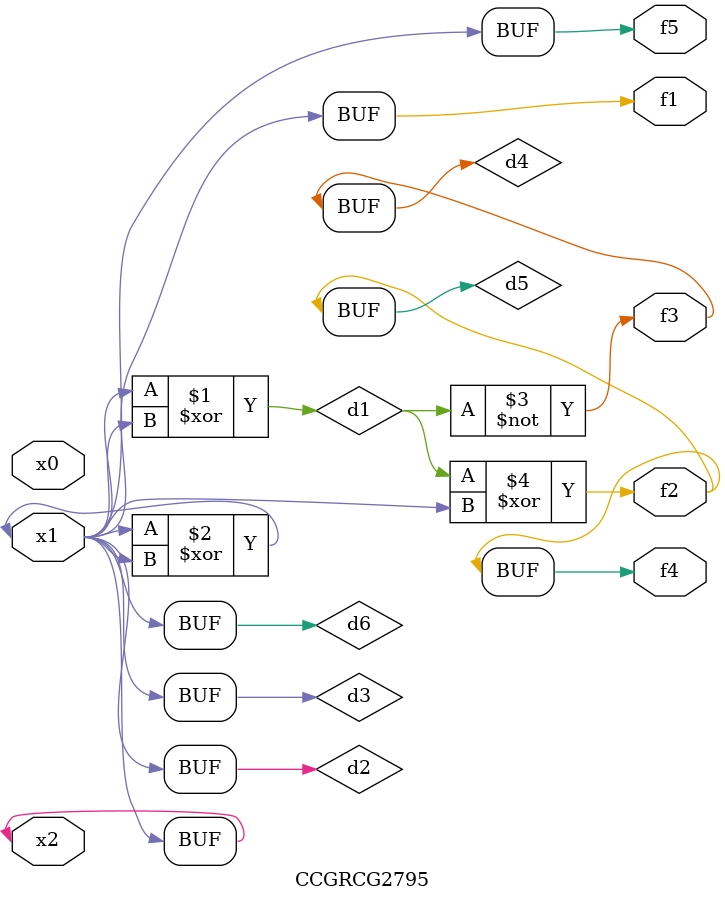
<source format=v>
module CCGRCG2795(
	input x0, x1, x2,
	output f1, f2, f3, f4, f5
);

	wire d1, d2, d3, d4, d5, d6;

	xor (d1, x1, x2);
	buf (d2, x1, x2);
	xor (d3, x1, x2);
	nor (d4, d1);
	xor (d5, d1, d2);
	buf (d6, d2, d3);
	assign f1 = d6;
	assign f2 = d5;
	assign f3 = d4;
	assign f4 = d5;
	assign f5 = d6;
endmodule

</source>
